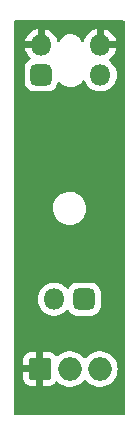
<source format=gbr>
%TF.GenerationSoftware,KiCad,Pcbnew,7.0.8*%
%TF.CreationDate,2023-10-30T23:16:16-04:00*%
%TF.ProjectId,easy_optical_pcb,65617379-5f6f-4707-9469-63616c5f7063,rev?*%
%TF.SameCoordinates,Original*%
%TF.FileFunction,Copper,L2,Bot*%
%TF.FilePolarity,Positive*%
%FSLAX46Y46*%
G04 Gerber Fmt 4.6, Leading zero omitted, Abs format (unit mm)*
G04 Created by KiCad (PCBNEW 7.0.8) date 2023-10-30 23:16:16*
%MOMM*%
%LPD*%
G01*
G04 APERTURE LIST*
G04 Aperture macros list*
%AMRoundRect*
0 Rectangle with rounded corners*
0 $1 Rounding radius*
0 $2 $3 $4 $5 $6 $7 $8 $9 X,Y pos of 4 corners*
0 Add a 4 corners polygon primitive as box body*
4,1,4,$2,$3,$4,$5,$6,$7,$8,$9,$2,$3,0*
0 Add four circle primitives for the rounded corners*
1,1,$1+$1,$2,$3*
1,1,$1+$1,$4,$5*
1,1,$1+$1,$6,$7*
1,1,$1+$1,$8,$9*
0 Add four rect primitives between the rounded corners*
20,1,$1+$1,$2,$3,$4,$5,0*
20,1,$1+$1,$4,$5,$6,$7,0*
20,1,$1+$1,$6,$7,$8,$9,0*
20,1,$1+$1,$8,$9,$2,$3,0*%
G04 Aperture macros list end*
%TA.AperFunction,ComponentPad*%
%ADD10RoundRect,0.285000X0.665000X-0.665000X0.665000X0.665000X-0.665000X0.665000X-0.665000X-0.665000X0*%
%TD*%
%TA.AperFunction,ComponentPad*%
%ADD11O,2.000000X2.000000*%
%TD*%
%TA.AperFunction,ComponentPad*%
%ADD12RoundRect,0.396000X0.504000X0.504000X-0.504000X0.504000X-0.504000X-0.504000X0.504000X-0.504000X0*%
%TD*%
%TA.AperFunction,ComponentPad*%
%ADD13O,1.800000X1.800000*%
%TD*%
%TA.AperFunction,ComponentPad*%
%ADD14RoundRect,0.408600X-0.491400X0.491400X-0.491400X-0.491400X0.491400X-0.491400X0.491400X0.491400X0*%
%TD*%
G04 APERTURE END LIST*
D10*
%TO.P,J1,1,Pin_1*%
%TO.N,GND*%
X101420000Y-130000000D03*
D11*
%TO.P,J1,2,Pin_2*%
%TO.N,VCC*%
X103960000Y-130000000D03*
%TO.P,J1,3,Pin_3*%
%TO.N,signal_R0*%
X106500000Y-130000000D03*
%TD*%
D12*
%TO.P,D1,A,A*%
%TO.N,Net-(D1-PadA)*%
X105175000Y-124100000D03*
D13*
%TO.P,D1,K,K*%
%TO.N,Net-(D1-PadK)*%
X102635000Y-124100000D03*
%TD*%
%TO.P,U1,1*%
%TO.N,GND*%
X106525000Y-102560000D03*
%TO.P,U1,2*%
%TO.N,Net-(R1-Pad2)*%
X106525000Y-105100000D03*
D14*
%TO.P,U1,3*%
%TO.N,signal*%
X101525000Y-105100000D03*
D13*
%TO.P,U1,4*%
%TO.N,GND*%
X101525000Y-102560000D03*
%TD*%
%TA.AperFunction,Conductor*%
%TO.N,GND*%
G36*
X101805315Y-102803039D02*
G01*
X101752511Y-102848794D01*
X101709403Y-102858171D01*
X101742947Y-102840019D01*
X101818581Y-102757857D01*
X101805315Y-102803039D01*
G37*
%TD.AperFunction*%
%TA.AperFunction,Conductor*%
G36*
X106263936Y-102800327D02*
G01*
X106335518Y-102856041D01*
X106281961Y-102840315D01*
X106236206Y-102787511D01*
X106226543Y-102743093D01*
X106263936Y-102800327D01*
G37*
%TD.AperFunction*%
%TA.AperFunction,Conductor*%
G36*
X108567539Y-100520185D02*
G01*
X108613294Y-100572989D01*
X108624500Y-100624500D01*
X108624500Y-133775500D01*
X108604815Y-133842539D01*
X108552011Y-133888294D01*
X108500500Y-133899500D01*
X99349500Y-133899500D01*
X99282461Y-133879815D01*
X99236706Y-133827011D01*
X99225500Y-133775500D01*
X99225500Y-130300000D01*
X99970000Y-130300000D01*
X99970000Y-130709090D01*
X99984837Y-130840778D01*
X99984838Y-130840783D01*
X100043265Y-131007756D01*
X100137378Y-131157535D01*
X100262464Y-131282621D01*
X100412243Y-131376734D01*
X100579216Y-131435161D01*
X100579221Y-131435162D01*
X100710909Y-131449999D01*
X100710913Y-131450000D01*
X101120000Y-131450000D01*
X101120000Y-130300000D01*
X99970000Y-130300000D01*
X99225500Y-130300000D01*
X99225500Y-130000000D01*
X101015014Y-130000000D01*
X101034835Y-130125148D01*
X101092359Y-130238045D01*
X101181955Y-130327641D01*
X101294852Y-130385165D01*
X101388519Y-130400000D01*
X101451481Y-130400000D01*
X101545148Y-130385165D01*
X101658045Y-130327641D01*
X101720000Y-130265686D01*
X101720000Y-131450000D01*
X102129087Y-131450000D01*
X102129090Y-131449999D01*
X102260778Y-131435162D01*
X102260783Y-131435161D01*
X102427756Y-131376734D01*
X102577535Y-131282621D01*
X102702621Y-131157535D01*
X102731291Y-131111908D01*
X102783625Y-131065617D01*
X102852679Y-131054968D01*
X102916527Y-131083343D01*
X102927514Y-131093897D01*
X102940256Y-131107738D01*
X103136491Y-131260474D01*
X103136493Y-131260475D01*
X103351320Y-131376734D01*
X103355190Y-131378828D01*
X103590386Y-131459571D01*
X103835665Y-131500500D01*
X104084335Y-131500500D01*
X104329614Y-131459571D01*
X104564810Y-131378828D01*
X104783509Y-131260474D01*
X104979744Y-131107738D01*
X105138771Y-130934988D01*
X105198657Y-130898999D01*
X105268495Y-130901099D01*
X105321228Y-130934988D01*
X105480256Y-131107738D01*
X105676491Y-131260474D01*
X105676493Y-131260475D01*
X105891320Y-131376734D01*
X105895190Y-131378828D01*
X106130386Y-131459571D01*
X106375665Y-131500500D01*
X106624335Y-131500500D01*
X106869614Y-131459571D01*
X107104810Y-131378828D01*
X107323509Y-131260474D01*
X107519744Y-131107738D01*
X107688164Y-130924785D01*
X107824173Y-130716607D01*
X107924063Y-130488881D01*
X107985108Y-130247821D01*
X108005643Y-130000000D01*
X107985108Y-129752179D01*
X107924063Y-129511119D01*
X107824173Y-129283393D01*
X107743048Y-129159221D01*
X107688166Y-129075217D01*
X107611783Y-128992243D01*
X107519744Y-128892262D01*
X107323509Y-128739526D01*
X107323507Y-128739525D01*
X107323506Y-128739524D01*
X107104811Y-128621172D01*
X107104802Y-128621169D01*
X106869616Y-128540429D01*
X106624335Y-128499500D01*
X106375665Y-128499500D01*
X106130383Y-128540429D01*
X105895197Y-128621169D01*
X105895188Y-128621172D01*
X105676493Y-128739524D01*
X105480257Y-128892261D01*
X105321230Y-129065010D01*
X105261342Y-129101001D01*
X105191504Y-129098900D01*
X105138770Y-129065010D01*
X105071783Y-128992243D01*
X104979744Y-128892262D01*
X104783509Y-128739526D01*
X104783507Y-128739525D01*
X104783506Y-128739524D01*
X104564811Y-128621172D01*
X104564802Y-128621169D01*
X104329616Y-128540429D01*
X104084335Y-128499500D01*
X103835665Y-128499500D01*
X103590383Y-128540429D01*
X103355197Y-128621169D01*
X103355188Y-128621172D01*
X103136493Y-128739524D01*
X102940255Y-128892262D01*
X102927512Y-128906105D01*
X102867624Y-128942094D01*
X102797786Y-128939991D01*
X102740171Y-128900465D01*
X102731291Y-128888091D01*
X102702621Y-128842464D01*
X102577535Y-128717378D01*
X102427756Y-128623265D01*
X102260783Y-128564838D01*
X102260778Y-128564837D01*
X102129090Y-128550000D01*
X101720000Y-128550000D01*
X101720000Y-129734314D01*
X101658045Y-129672359D01*
X101545148Y-129614835D01*
X101451481Y-129600000D01*
X101388519Y-129600000D01*
X101294852Y-129614835D01*
X101181955Y-129672359D01*
X101092359Y-129761955D01*
X101034835Y-129874852D01*
X101015014Y-130000000D01*
X99225500Y-130000000D01*
X99225500Y-129700000D01*
X99970000Y-129700000D01*
X101120000Y-129700000D01*
X101120000Y-128550000D01*
X100710909Y-128550000D01*
X100579221Y-128564837D01*
X100579216Y-128564838D01*
X100412243Y-128623265D01*
X100262464Y-128717378D01*
X100137378Y-128842464D01*
X100043265Y-128992243D01*
X99984838Y-129159216D01*
X99984837Y-129159221D01*
X99970000Y-129290909D01*
X99970000Y-129700000D01*
X99225500Y-129700000D01*
X99225500Y-124100006D01*
X101229700Y-124100006D01*
X101248864Y-124331297D01*
X101248866Y-124331308D01*
X101305842Y-124556300D01*
X101399075Y-124768848D01*
X101526016Y-124963147D01*
X101526019Y-124963151D01*
X101526021Y-124963153D01*
X101683216Y-125133913D01*
X101683219Y-125133915D01*
X101683222Y-125133918D01*
X101866365Y-125276464D01*
X101866371Y-125276468D01*
X101866374Y-125276470D01*
X102070497Y-125386936D01*
X102184487Y-125426068D01*
X102290015Y-125462297D01*
X102290017Y-125462297D01*
X102290019Y-125462298D01*
X102518951Y-125500500D01*
X102518952Y-125500500D01*
X102751048Y-125500500D01*
X102751049Y-125500500D01*
X102979981Y-125462298D01*
X103199503Y-125386936D01*
X103403626Y-125276470D01*
X103448668Y-125241413D01*
X103465129Y-125228600D01*
X103586784Y-125133913D01*
X103690065Y-125021718D01*
X103749952Y-124985728D01*
X103819790Y-124987828D01*
X103877406Y-125027351D01*
X103891780Y-125049406D01*
X103914990Y-125094958D01*
X104033587Y-125241413D01*
X104076879Y-125276470D01*
X104180044Y-125360012D01*
X104290554Y-125416318D01*
X104347954Y-125445565D01*
X104529984Y-125494340D01*
X104556074Y-125496393D01*
X104608254Y-125500500D01*
X104608256Y-125500500D01*
X105741746Y-125500500D01*
X105780880Y-125497420D01*
X105820016Y-125494340D01*
X106002046Y-125445565D01*
X106117114Y-125386935D01*
X106169955Y-125360012D01*
X106169956Y-125360010D01*
X106169958Y-125360010D01*
X106316413Y-125241413D01*
X106435010Y-125094958D01*
X106520565Y-124927046D01*
X106569340Y-124745016D01*
X106575500Y-124666744D01*
X106575500Y-123533256D01*
X106569340Y-123454984D01*
X106520565Y-123272954D01*
X106458220Y-123150594D01*
X106435012Y-123105044D01*
X106402327Y-123064682D01*
X106316413Y-122958587D01*
X106230497Y-122889014D01*
X106169955Y-122839987D01*
X106002044Y-122754434D01*
X105820014Y-122705659D01*
X105741746Y-122699500D01*
X105741744Y-122699500D01*
X104608256Y-122699500D01*
X104608254Y-122699500D01*
X104529985Y-122705659D01*
X104347955Y-122754434D01*
X104180044Y-122839987D01*
X104033587Y-122958587D01*
X103914987Y-123105045D01*
X103891779Y-123150594D01*
X103843805Y-123201389D01*
X103775984Y-123218184D01*
X103709849Y-123195646D01*
X103690065Y-123178281D01*
X103586784Y-123066087D01*
X103586779Y-123066083D01*
X103586777Y-123066081D01*
X103403634Y-122923535D01*
X103403628Y-122923531D01*
X103199504Y-122813064D01*
X103199495Y-122813061D01*
X102979984Y-122737702D01*
X102808282Y-122709050D01*
X102751049Y-122699500D01*
X102518951Y-122699500D01*
X102482042Y-122705659D01*
X102290015Y-122737702D01*
X102070504Y-122813061D01*
X102070495Y-122813064D01*
X101866371Y-122923531D01*
X101866365Y-122923535D01*
X101683222Y-123066081D01*
X101683219Y-123066084D01*
X101526016Y-123236852D01*
X101399075Y-123431151D01*
X101305842Y-123643699D01*
X101248866Y-123868691D01*
X101248864Y-123868702D01*
X101229700Y-124099993D01*
X101229700Y-124100006D01*
X99225500Y-124100006D01*
X99225500Y-116340346D01*
X102520702Y-116340346D01*
X102530819Y-116578528D01*
X102530819Y-116578532D01*
X102581045Y-116811580D01*
X102669935Y-117032788D01*
X102669936Y-117032790D01*
X102794931Y-117235795D01*
X102952436Y-117414755D01*
X103137920Y-117564523D01*
X103346046Y-117680790D01*
X103471951Y-117725275D01*
X103570829Y-117760211D01*
X103805790Y-117800499D01*
X103805798Y-117800499D01*
X103805800Y-117800500D01*
X103805801Y-117800500D01*
X103984502Y-117800500D01*
X104162536Y-117785347D01*
X104162539Y-117785346D01*
X104162541Y-117785346D01*
X104393249Y-117725275D01*
X104525973Y-117665279D01*
X104610480Y-117627080D01*
X104610481Y-117627078D01*
X104610486Y-117627077D01*
X104808003Y-117493579D01*
X104980118Y-117328621D01*
X105121879Y-117136947D01*
X105229207Y-116924074D01*
X105299016Y-116696123D01*
X105329298Y-116459654D01*
X105319180Y-116221468D01*
X105268954Y-115988419D01*
X105180064Y-115767210D01*
X105055069Y-115564205D01*
X104897564Y-115385245D01*
X104712080Y-115235477D01*
X104598130Y-115171820D01*
X104503955Y-115119210D01*
X104279170Y-115039788D01*
X104044209Y-114999500D01*
X104044200Y-114999500D01*
X103865503Y-114999500D01*
X103865498Y-114999500D01*
X103687463Y-115014652D01*
X103456751Y-115074724D01*
X103239519Y-115172919D01*
X103239511Y-115172924D01*
X103042006Y-115306413D01*
X103041997Y-115306421D01*
X102869881Y-115471379D01*
X102728123Y-115663050D01*
X102728120Y-115663054D01*
X102620796Y-115875920D01*
X102620793Y-115875926D01*
X102550983Y-116103878D01*
X102520702Y-116340346D01*
X99225500Y-116340346D01*
X99225500Y-105655036D01*
X100124500Y-105655036D01*
X100130745Y-105734394D01*
X100130745Y-105734397D01*
X100130746Y-105734398D01*
X100180207Y-105918987D01*
X100202708Y-105963147D01*
X100266965Y-106089260D01*
X100387226Y-106237771D01*
X100387228Y-106237773D01*
X100535739Y-106358034D01*
X100535741Y-106358035D01*
X100706013Y-106444793D01*
X100890602Y-106494254D01*
X100938220Y-106498001D01*
X100969964Y-106500500D01*
X100969966Y-106500500D01*
X102080036Y-106500500D01*
X102106488Y-106498418D01*
X102159398Y-106494254D01*
X102343987Y-106444793D01*
X102514259Y-106358035D01*
X102662772Y-106237772D01*
X102783035Y-106089259D01*
X102869793Y-105918987D01*
X102910194Y-105768209D01*
X102946557Y-105708553D01*
X103009403Y-105678023D01*
X103078779Y-105686317D01*
X103121604Y-105716767D01*
X103246593Y-105853872D01*
X103416746Y-105982367D01*
X103607606Y-106077403D01*
X103607608Y-106077403D01*
X103607611Y-106077405D01*
X103812690Y-106135756D01*
X103971806Y-106150500D01*
X103971810Y-106150500D01*
X104078190Y-106150500D01*
X104078194Y-106150500D01*
X104237310Y-106135756D01*
X104442389Y-106077405D01*
X104442393Y-106077403D01*
X104442394Y-106077403D01*
X104633253Y-105982367D01*
X104633253Y-105982366D01*
X104633255Y-105982366D01*
X104803407Y-105853872D01*
X104947052Y-105696302D01*
X105004417Y-105603653D01*
X105056443Y-105557019D01*
X105125425Y-105545915D01*
X105189459Y-105573868D01*
X105223399Y-105619122D01*
X105289075Y-105768848D01*
X105416016Y-105963147D01*
X105416019Y-105963151D01*
X105416021Y-105963153D01*
X105573216Y-106133913D01*
X105573219Y-106133915D01*
X105573222Y-106133918D01*
X105756365Y-106276464D01*
X105756371Y-106276468D01*
X105756374Y-106276470D01*
X105960497Y-106386936D01*
X106074487Y-106426068D01*
X106180015Y-106462297D01*
X106180017Y-106462297D01*
X106180019Y-106462298D01*
X106408951Y-106500500D01*
X106408952Y-106500500D01*
X106641048Y-106500500D01*
X106641049Y-106500500D01*
X106869981Y-106462298D01*
X107089503Y-106386936D01*
X107293626Y-106276470D01*
X107476784Y-106133913D01*
X107633979Y-105963153D01*
X107760924Y-105768849D01*
X107854157Y-105556300D01*
X107911134Y-105331305D01*
X107930300Y-105100000D01*
X107930300Y-105099993D01*
X107911135Y-104868702D01*
X107911133Y-104868691D01*
X107854157Y-104643699D01*
X107760924Y-104431151D01*
X107633983Y-104236852D01*
X107633980Y-104236849D01*
X107633979Y-104236847D01*
X107476784Y-104066087D01*
X107433857Y-104032675D01*
X107298773Y-103927535D01*
X107257960Y-103870825D01*
X107254286Y-103801052D01*
X107288918Y-103740369D01*
X107298774Y-103731828D01*
X107476442Y-103593543D01*
X107633585Y-103422842D01*
X107760483Y-103228609D01*
X107853682Y-103016135D01*
X107893221Y-102860000D01*
X106706025Y-102860000D01*
X106742947Y-102840019D01*
X106822060Y-102754079D01*
X106868982Y-102647108D01*
X106878628Y-102530698D01*
X106849953Y-102417462D01*
X106786064Y-102319673D01*
X106693885Y-102247928D01*
X106583405Y-102210000D01*
X106495995Y-102210000D01*
X106409784Y-102224386D01*
X106307053Y-102279981D01*
X106227940Y-102365921D01*
X106225000Y-102372623D01*
X106225000Y-101190702D01*
X106825000Y-101190702D01*
X106825000Y-102260000D01*
X107893221Y-102260000D01*
X107853682Y-102103864D01*
X107760483Y-101891390D01*
X107633585Y-101697157D01*
X107476441Y-101526454D01*
X107476437Y-101526451D01*
X107293355Y-101383952D01*
X107293351Y-101383949D01*
X107089302Y-101273523D01*
X107089290Y-101273518D01*
X106869866Y-101198190D01*
X106869857Y-101198188D01*
X106825000Y-101190702D01*
X106225000Y-101190702D01*
X106180142Y-101198188D01*
X106180133Y-101198190D01*
X105960709Y-101273518D01*
X105960697Y-101273523D01*
X105756648Y-101383949D01*
X105756644Y-101383952D01*
X105573562Y-101526451D01*
X105573558Y-101526454D01*
X105416414Y-101697157D01*
X105289516Y-101891390D01*
X105196317Y-102103864D01*
X105155583Y-102264720D01*
X105120043Y-102324876D01*
X105057623Y-102356268D01*
X104988139Y-102348930D01*
X104933654Y-102305191D01*
X104919096Y-102277346D01*
X104908201Y-102247928D01*
X104882764Y-102179247D01*
X104830020Y-102094627D01*
X104780511Y-102015196D01*
X104780510Y-102015195D01*
X104780509Y-102015193D01*
X104647323Y-101875081D01*
X104562211Y-101815841D01*
X104488657Y-101764646D01*
X104311012Y-101688413D01*
X104121656Y-101649500D01*
X103976794Y-101649500D01*
X103976793Y-101649500D01*
X103832677Y-101664154D01*
X103648240Y-101722022D01*
X103648225Y-101722029D01*
X103479211Y-101815839D01*
X103479206Y-101815842D01*
X103332533Y-101941758D01*
X103332531Y-101941759D01*
X103214205Y-102094624D01*
X103214203Y-102094628D01*
X103129065Y-102268193D01*
X103128774Y-102268981D01*
X103128497Y-102269351D01*
X103126301Y-102273830D01*
X103125465Y-102273420D01*
X103087023Y-102325005D01*
X103021612Y-102349563D01*
X102953307Y-102334858D01*
X102903795Y-102285559D01*
X102892293Y-102256337D01*
X102853683Y-102103867D01*
X102853682Y-102103865D01*
X102760483Y-101891390D01*
X102633585Y-101697157D01*
X102476441Y-101526454D01*
X102476437Y-101526451D01*
X102293355Y-101383952D01*
X102293351Y-101383949D01*
X102089302Y-101273523D01*
X102089290Y-101273518D01*
X101869866Y-101198190D01*
X101869857Y-101198188D01*
X101825000Y-101190702D01*
X101825000Y-102379268D01*
X101786064Y-102319673D01*
X101693885Y-102247928D01*
X101583405Y-102210000D01*
X101495995Y-102210000D01*
X101409784Y-102224386D01*
X101307053Y-102279981D01*
X101227940Y-102365921D01*
X101181018Y-102472892D01*
X101171372Y-102589302D01*
X101200047Y-102702538D01*
X101263936Y-102800327D01*
X101340605Y-102860000D01*
X100156779Y-102860000D01*
X100196317Y-103016135D01*
X100289516Y-103228609D01*
X100416414Y-103422842D01*
X100573558Y-103593544D01*
X100597579Y-103612241D01*
X100638392Y-103668952D01*
X100642065Y-103738725D01*
X100607434Y-103799408D01*
X100577713Y-103820578D01*
X100535739Y-103841965D01*
X100387228Y-103962226D01*
X100387226Y-103962228D01*
X100266965Y-104110739D01*
X100180207Y-104281013D01*
X100130745Y-104465605D01*
X100124500Y-104544964D01*
X100124500Y-105655036D01*
X99225500Y-105655036D01*
X99225500Y-102260000D01*
X100156779Y-102260000D01*
X101225000Y-102260000D01*
X101225000Y-101190702D01*
X101180142Y-101198188D01*
X101180133Y-101198190D01*
X100960709Y-101273518D01*
X100960697Y-101273523D01*
X100756648Y-101383949D01*
X100756644Y-101383952D01*
X100573562Y-101526451D01*
X100573558Y-101526454D01*
X100416414Y-101697157D01*
X100289516Y-101891390D01*
X100196317Y-102103864D01*
X100156779Y-102260000D01*
X99225500Y-102260000D01*
X99225500Y-100624500D01*
X99245185Y-100557461D01*
X99297989Y-100511706D01*
X99349500Y-100500500D01*
X108500500Y-100500500D01*
X108567539Y-100520185D01*
G37*
%TD.AperFunction*%
%TD*%
M02*

</source>
